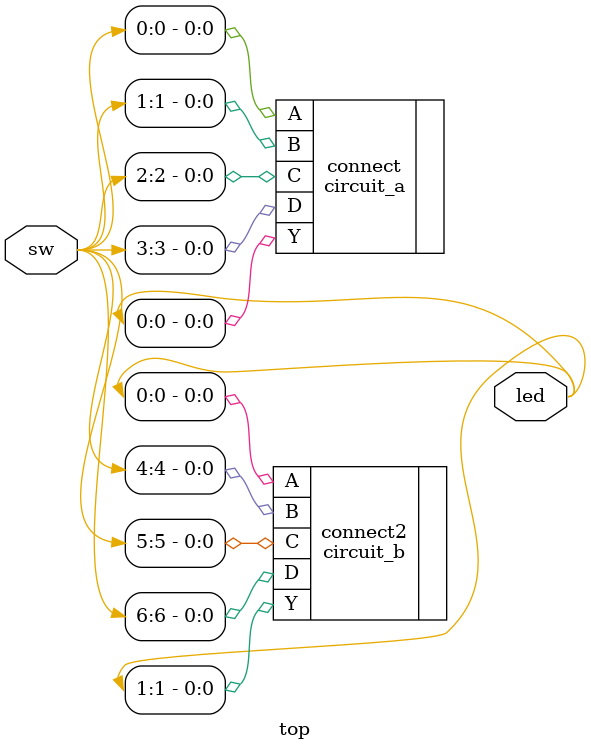
<source format=v>
module top(
    input[6:0] sw,
    output[1:0] led
);
    circuit_a connect (
        .A(sw[0]),
        .B(sw[1]),
        .C(sw[2]),
        .D(sw[3]),
        .Y(led[0])
     );
     
     circuit_b connect2 (
            .A(led[0]),
            .B(sw[4]),
            .C(sw[5]),
            .D(sw[6]),
            .Y(led[1])
      );
     
        

endmodule 
    
</source>
